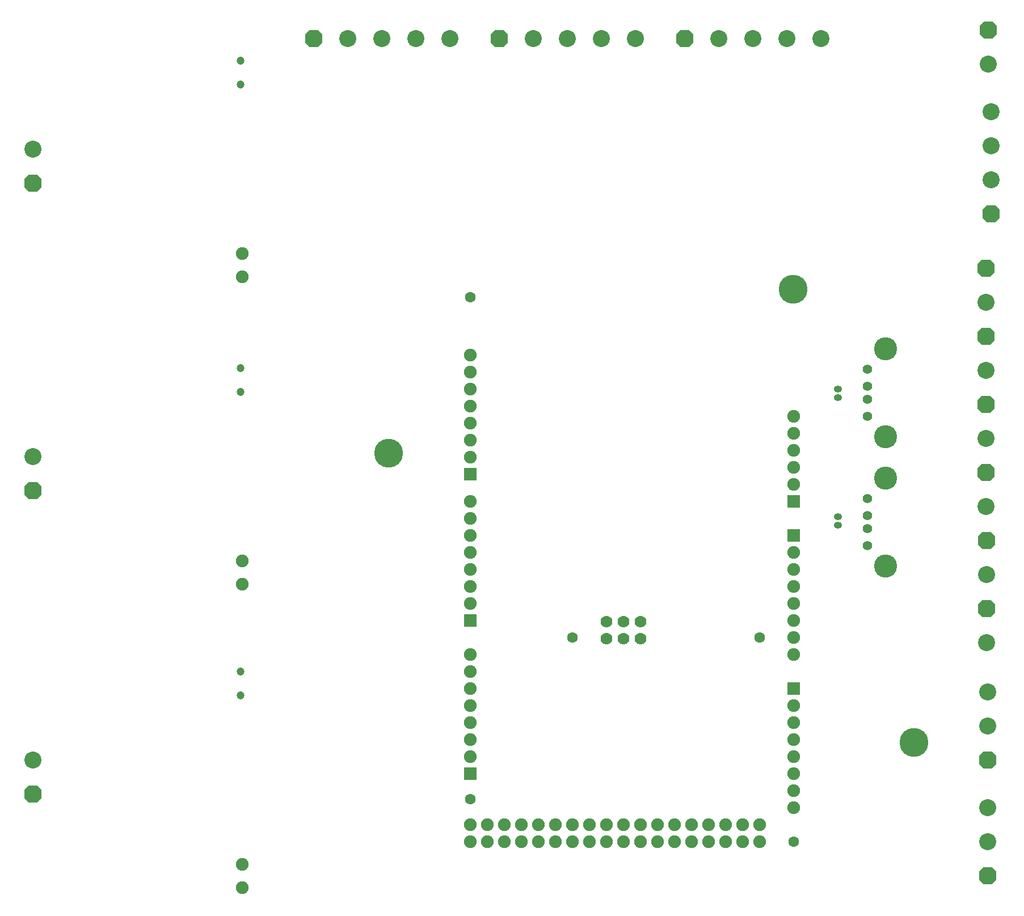
<source format=gbr>
%TF.GenerationSoftware,Altium Limited,Altium Designer,19.1.5 (86)*%
G04 Layer_Color=255*
%FSLAX26Y26*%
%MOIN*%
%TF.FileFunction,Pads,Bot*%
%TF.Part,Single*%
G01*
G75*
%TA.AperFunction,ComponentPad*%
G04:AMPARAMS|DCode=32|XSize=100mil|YSize=100mil|CornerRadius=0mil|HoleSize=0mil|Usage=FLASHONLY|Rotation=270.000|XOffset=0mil|YOffset=0mil|HoleType=Round|Shape=Octagon|*
%AMOCTAGOND32*
4,1,8,-0.025000,-0.050000,0.025000,-0.050000,0.050000,-0.025000,0.050000,0.025000,0.025000,0.050000,-0.025000,0.050000,-0.050000,0.025000,-0.050000,-0.025000,-0.025000,-0.050000,0.0*
%
%ADD32OCTAGOND32*%

%ADD33C,0.100000*%
%ADD34C,0.055906*%
%ADD35C,0.135827*%
G04:AMPARAMS|DCode=36|XSize=100mil|YSize=100mil|CornerRadius=0mil|HoleSize=0mil|Usage=FLASHONLY|Rotation=0.000|XOffset=0mil|YOffset=0mil|HoleType=Round|Shape=Octagon|*
%AMOCTAGOND36*
4,1,8,0.050000,-0.025000,0.050000,0.025000,0.025000,0.050000,-0.025000,0.050000,-0.050000,0.025000,-0.050000,-0.025000,-0.025000,-0.050000,0.025000,-0.050000,0.050000,-0.025000,0.0*
%
%ADD36OCTAGOND36*%

%ADD37O,0.047244X0.039370*%
%ADD38C,0.074803*%
%ADD39C,0.047244*%
%TA.AperFunction,ViaPad*%
%ADD40C,0.170000*%
%TA.AperFunction,ComponentPad*%
%ADD41R,0.074803X0.074803*%
%ADD42C,0.070000*%
%TA.AperFunction,ViaPad*%
%ADD43C,0.062992*%
D32*
X5801669Y1820370D02*
D03*
Y2220370D02*
D03*
X5800000Y2620000D02*
D03*
Y3020000D02*
D03*
Y3420000D02*
D03*
Y3820000D02*
D03*
X5811669Y5220370D02*
D03*
X5830000Y4140000D02*
D03*
X5810000Y250000D02*
D03*
Y930000D02*
D03*
X198331Y2513095D02*
D03*
X198331Y4319630D02*
D03*
X198331Y729630D02*
D03*
D33*
X5801669Y1620370D02*
D03*
Y2020370D02*
D03*
X5800000Y2420000D02*
D03*
Y2820000D02*
D03*
Y3220000D02*
D03*
Y3620000D02*
D03*
X5811669Y5020370D02*
D03*
X5830000Y4740000D02*
D03*
Y4540000D02*
D03*
Y4340000D02*
D03*
X5810000Y650000D02*
D03*
Y450000D02*
D03*
X4830000Y5170000D02*
D03*
X4630000D02*
D03*
X4430000D02*
D03*
X4230000D02*
D03*
X5810000Y1330000D02*
D03*
Y1130000D02*
D03*
X2650000Y5170000D02*
D03*
X2450000D02*
D03*
X2250000D02*
D03*
X2050000D02*
D03*
X3740000D02*
D03*
X3540000D02*
D03*
X3340000D02*
D03*
X3140000D02*
D03*
X198331Y2713095D02*
D03*
X198331Y4519630D02*
D03*
X198331Y929630D02*
D03*
D34*
X5100944Y2369370D02*
D03*
Y2290630D02*
D03*
Y2467795D02*
D03*
Y2192205D02*
D03*
X5100947Y3129370D02*
D03*
Y3050630D02*
D03*
Y3227795D02*
D03*
Y2952205D02*
D03*
D35*
X5207637Y2588661D02*
D03*
Y2071339D02*
D03*
X5207640Y3348661D02*
D03*
Y2831339D02*
D03*
D36*
X4030000Y5170000D02*
D03*
X1850000D02*
D03*
X2940000D02*
D03*
D37*
X4930000Y3110000D02*
D03*
Y3060000D02*
D03*
Y2310000D02*
D03*
Y2360000D02*
D03*
D38*
X1430000Y3770000D02*
D03*
Y3907795D02*
D03*
X1430000Y1963465D02*
D03*
Y2101260D02*
D03*
X1430000Y317795D02*
D03*
Y180000D02*
D03*
X4470000Y550000D02*
D03*
Y450000D02*
D03*
X4370000Y550000D02*
D03*
Y450000D02*
D03*
X4270000Y550000D02*
D03*
Y450000D02*
D03*
X4170000Y550000D02*
D03*
Y450000D02*
D03*
X4070000Y550000D02*
D03*
Y450000D02*
D03*
X3970000Y550000D02*
D03*
Y450000D02*
D03*
X3870000Y550000D02*
D03*
Y450000D02*
D03*
X3770000Y550000D02*
D03*
Y450000D02*
D03*
X3670000D02*
D03*
Y550000D02*
D03*
X3570000D02*
D03*
Y450000D02*
D03*
X3470000Y550000D02*
D03*
Y450000D02*
D03*
X3370000Y550000D02*
D03*
Y450000D02*
D03*
X3270000Y550000D02*
D03*
Y450000D02*
D03*
X3170000Y550000D02*
D03*
Y450000D02*
D03*
X3070000Y550000D02*
D03*
Y450000D02*
D03*
X2970000Y550000D02*
D03*
Y450000D02*
D03*
X2870000Y550000D02*
D03*
Y450000D02*
D03*
X2770000Y550000D02*
D03*
Y450000D02*
D03*
X4670000Y1150000D02*
D03*
Y1250000D02*
D03*
Y650000D02*
D03*
Y750000D02*
D03*
Y850000D02*
D03*
Y950000D02*
D03*
Y1050000D02*
D03*
X2770000D02*
D03*
Y950000D02*
D03*
Y1550000D02*
D03*
Y1450000D02*
D03*
Y1350000D02*
D03*
Y1250000D02*
D03*
Y1150000D02*
D03*
X4670000Y2050000D02*
D03*
Y2150000D02*
D03*
Y1550000D02*
D03*
Y1650000D02*
D03*
Y1750000D02*
D03*
Y1850000D02*
D03*
Y1950000D02*
D03*
X2770000D02*
D03*
Y1850000D02*
D03*
Y2450000D02*
D03*
Y2350000D02*
D03*
Y2250000D02*
D03*
Y2150000D02*
D03*
Y2050000D02*
D03*
X4670000Y2550000D02*
D03*
Y2650000D02*
D03*
Y2750000D02*
D03*
Y2850000D02*
D03*
Y2950000D02*
D03*
X2770000Y2810000D02*
D03*
Y2710000D02*
D03*
Y3310000D02*
D03*
Y3210000D02*
D03*
Y3110000D02*
D03*
Y3010000D02*
D03*
Y2910000D02*
D03*
D39*
X1420000Y4902205D02*
D03*
Y5040000D02*
D03*
X1420000Y3095669D02*
D03*
Y3233465D02*
D03*
X1420000Y1450000D02*
D03*
Y1312205D02*
D03*
D40*
X4665000Y3697000D02*
D03*
X5375500Y1036000D02*
D03*
X2289500Y2733500D02*
D03*
D41*
X4670000Y1350000D02*
D03*
X2770000Y850000D02*
D03*
X4670000Y2250000D02*
D03*
X2770000Y1750000D02*
D03*
X4670000Y2450000D02*
D03*
X2770000Y2610000D02*
D03*
D42*
X3770000Y1645000D02*
D03*
Y1745000D02*
D03*
X3670000Y1645000D02*
D03*
Y1745000D02*
D03*
X3570000Y1645000D02*
D03*
Y1745000D02*
D03*
D43*
X2770000Y3650000D02*
D03*
X3370000Y1650000D02*
D03*
X4470000D02*
D03*
X4670000Y450000D02*
D03*
X2770000Y700000D02*
D03*
%TF.MD5,b32e1d37dc1219588635623415464798*%
M02*

</source>
